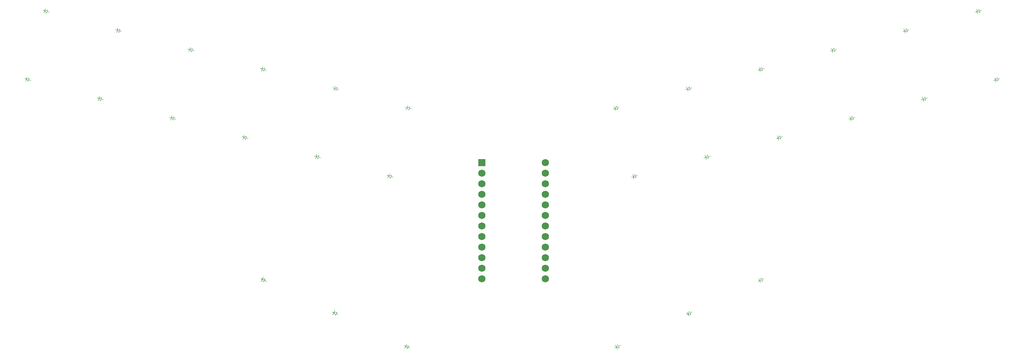
<source format=gbr>
%TF.GenerationSoftware,KiCad,Pcbnew,8.0.1*%
%TF.CreationDate,2024-08-13T22:00:52-05:00*%
%TF.ProjectId,tonyverse,746f6e79-7665-4727-9365-2e6b69636164,v1.0.0*%
%TF.SameCoordinates,Original*%
%TF.FileFunction,Legend,Bot*%
%TF.FilePolarity,Positive*%
%FSLAX46Y46*%
G04 Gerber Fmt 4.6, Leading zero omitted, Abs format (unit mm)*
G04 Created by KiCad (PCBNEW 8.0.1) date 2024-08-13 22:00:52*
%MOMM*%
%LPD*%
G01*
G04 APERTURE LIST*
%ADD10C,0.100000*%
%ADD11R,1.752600X1.752600*%
%ADD12C,1.752600*%
G04 APERTURE END LIST*
D10*
%TO.C,D7*%
X109908703Y-146783020D02*
X110295073Y-146886547D01*
X110295073Y-146886547D02*
X110152722Y-147417808D01*
X110295073Y-146886547D02*
X110437423Y-146355288D01*
X110295073Y-146886547D02*
X110978156Y-146655468D01*
X110771101Y-147428209D02*
X110295073Y-146886547D01*
X110874628Y-147041839D02*
X111357591Y-147171248D01*
X110978156Y-146655468D02*
X110771101Y-147428209D01*
%TO.C,D8*%
X114308627Y-130362281D02*
X114694997Y-130465808D01*
X114694997Y-130465808D02*
X114552646Y-130997069D01*
X114694997Y-130465808D02*
X114837347Y-129934549D01*
X114694997Y-130465808D02*
X115378080Y-130234729D01*
X115171025Y-131007470D02*
X114694997Y-130465808D01*
X115274552Y-130621100D02*
X115757515Y-130750509D01*
X115378080Y-130234729D02*
X115171025Y-131007470D01*
%TO.C,D24*%
X220790239Y-151829991D02*
X221176609Y-151726464D01*
X221176609Y-151726464D02*
X221034258Y-151195203D01*
X221176609Y-151726464D02*
X221318959Y-152257723D01*
X221176609Y-151726464D02*
X221652637Y-151184802D01*
X221652637Y-151184802D02*
X221859692Y-151957543D01*
X221756164Y-151571172D02*
X222239127Y-151441763D01*
X221859692Y-151957543D02*
X221176609Y-151726464D01*
%TO.C,D15*%
X148814868Y-196954667D02*
X149177391Y-197123715D01*
X149177391Y-197123715D02*
X148944951Y-197622184D01*
X149177391Y-197123715D02*
X149409831Y-196625245D01*
X149177391Y-197123715D02*
X149890223Y-197014762D01*
X149552129Y-197739809D02*
X149177391Y-197123715D01*
X149721176Y-197377286D02*
X150174330Y-197588595D01*
X149890223Y-197014762D02*
X149552129Y-197739809D01*
%TO.C,D28*%
X233799861Y-181529101D02*
X234162384Y-181360053D01*
X234162384Y-181360053D02*
X233929944Y-180861584D01*
X234162384Y-181360053D02*
X234394824Y-181858523D01*
X234162384Y-181360053D02*
X234537122Y-180743959D01*
X234537122Y-180743959D02*
X234875216Y-181469006D01*
X234706169Y-181106482D02*
X235159323Y-180895173D01*
X234875216Y-181469006D02*
X234162384Y-181360053D01*
%TO.C,D20*%
X255563569Y-142512505D02*
X255949939Y-142408978D01*
X255949939Y-142408978D02*
X255807588Y-141877717D01*
X255949939Y-142408978D02*
X256092289Y-142940237D01*
X255949939Y-142408978D02*
X256425967Y-141867316D01*
X256425967Y-141867316D02*
X256633022Y-142640057D01*
X256529494Y-142253686D02*
X257012457Y-142124277D01*
X256633022Y-142640057D02*
X255949939Y-142408978D01*
%TO.C,D16*%
X290336899Y-133195020D02*
X290723269Y-133091493D01*
X290723269Y-133091493D02*
X290580918Y-132560232D01*
X290723269Y-133091493D02*
X290865619Y-133622752D01*
X290723269Y-133091493D02*
X291199297Y-132549831D01*
X291199297Y-132549831D02*
X291406352Y-133322572D01*
X291302824Y-132936201D02*
X291785787Y-132806792D01*
X291406352Y-133322572D02*
X290723269Y-133091493D01*
%TO.C,D14*%
X131595020Y-188924920D02*
X131957543Y-189093968D01*
X131957543Y-189093968D02*
X131725103Y-189592437D01*
X131957543Y-189093968D02*
X132189983Y-188595498D01*
X131957543Y-189093968D02*
X132670375Y-188985015D01*
X132332281Y-189710062D02*
X131957543Y-189093968D01*
X132501328Y-189347539D02*
X132954482Y-189558848D01*
X132670375Y-188985015D02*
X132332281Y-189710062D01*
%TO.C,D1*%
X58818162Y-132679240D02*
X58611107Y-133451981D01*
X58714634Y-133065611D02*
X59197597Y-133195020D01*
X58611107Y-133451981D02*
X58135079Y-132910319D01*
X58135079Y-132910319D02*
X58818162Y-132679240D01*
X58135079Y-132910319D02*
X58277429Y-132379060D01*
X58135079Y-132910319D02*
X57992728Y-133441580D01*
X57748709Y-132806792D02*
X58135079Y-132910319D01*
%TO.C,D18*%
X272950234Y-137853762D02*
X273336604Y-137750235D01*
X273336604Y-137750235D02*
X273194253Y-137218974D01*
X273336604Y-137750235D02*
X273478954Y-138281494D01*
X273336604Y-137750235D02*
X273812632Y-137208573D01*
X273812632Y-137208573D02*
X274019687Y-137981314D01*
X273916159Y-137594943D02*
X274399122Y-137465534D01*
X274019687Y-137981314D02*
X273336604Y-137750235D01*
%TO.C,D21*%
X251163645Y-126091766D02*
X251550015Y-125988239D01*
X251550015Y-125988239D02*
X251407664Y-125456978D01*
X251550015Y-125988239D02*
X251692365Y-126519498D01*
X251550015Y-125988239D02*
X252026043Y-125446577D01*
X252026043Y-125446577D02*
X252233098Y-126219318D01*
X252129570Y-125832947D02*
X252612533Y-125703538D01*
X252233098Y-126219318D02*
X251550015Y-125988239D01*
%TO.C,D12*%
X149081957Y-139679767D02*
X149468327Y-139783294D01*
X149468327Y-139783294D02*
X149325976Y-140314555D01*
X149468327Y-139783294D02*
X149610677Y-139252035D01*
X149468327Y-139783294D02*
X150151410Y-139552215D01*
X149944355Y-140324956D02*
X149468327Y-139783294D01*
X150047882Y-139938586D02*
X150530845Y-140067995D01*
X150151410Y-139552215D02*
X149944355Y-140324956D01*
%TO.C,D27*%
X199003651Y-140067995D02*
X199390021Y-139964468D01*
X199390021Y-139964468D02*
X199247670Y-139433207D01*
X199390021Y-139964468D02*
X199532371Y-140495727D01*
X199390021Y-139964468D02*
X199866049Y-139422806D01*
X199866049Y-139422806D02*
X200073104Y-140195547D01*
X199969576Y-139809176D02*
X200452539Y-139679767D01*
X200073104Y-140195547D02*
X199390021Y-139964468D01*
%TO.C,D26*%
X203403574Y-156488734D02*
X203789944Y-156385207D01*
X203789944Y-156385207D02*
X203647593Y-155853946D01*
X203789944Y-156385207D02*
X203932294Y-156916466D01*
X203789944Y-156385207D02*
X204265972Y-155843545D01*
X204265972Y-155843545D02*
X204473027Y-156616286D01*
X204369499Y-156229915D02*
X204852462Y-156100506D01*
X204473027Y-156616286D02*
X203789944Y-156385207D01*
%TO.C,D4*%
X79535297Y-121044795D02*
X79921667Y-121148322D01*
X79921667Y-121148322D02*
X79779316Y-121679583D01*
X79921667Y-121148322D02*
X80064017Y-120617063D01*
X79921667Y-121148322D02*
X80604750Y-120917243D01*
X80397695Y-121689984D02*
X79921667Y-121148322D01*
X80501222Y-121303614D02*
X80984185Y-121433023D01*
X80604750Y-120917243D02*
X80397695Y-121689984D01*
%TO.C,D17*%
X285936975Y-116774280D02*
X286323345Y-116670753D01*
X286323345Y-116670753D02*
X286180994Y-116139492D01*
X286323345Y-116670753D02*
X286465695Y-117202012D01*
X286323345Y-116670753D02*
X286799373Y-116129091D01*
X286799373Y-116129091D02*
X287006428Y-116901832D01*
X286902900Y-116515461D02*
X287385863Y-116386052D01*
X287006428Y-116901832D02*
X286323345Y-116670753D01*
%TO.C,D2*%
X62148632Y-116386052D02*
X62535002Y-116489579D01*
X62535002Y-116489579D02*
X62392651Y-117020840D01*
X62535002Y-116489579D02*
X62677352Y-115958320D01*
X62535002Y-116489579D02*
X63218085Y-116258500D01*
X63011030Y-117031241D02*
X62535002Y-116489579D01*
X63114557Y-116644871D02*
X63597520Y-116774280D01*
X63218085Y-116258500D02*
X63011030Y-117031241D01*
%TO.C,D3*%
X75135374Y-137465534D02*
X75521744Y-137569061D01*
X75521744Y-137569061D02*
X75379393Y-138100322D01*
X75521744Y-137569061D02*
X75664094Y-137037802D01*
X75521744Y-137569061D02*
X76204827Y-137337982D01*
X75997772Y-138110723D02*
X75521744Y-137569061D01*
X76101299Y-137724353D02*
X76584262Y-137853762D01*
X76204827Y-137337982D02*
X75997772Y-138110723D01*
%TO.C,D13*%
X114375172Y-180895173D02*
X114737695Y-181064221D01*
X114737695Y-181064221D02*
X114505255Y-181562690D01*
X114737695Y-181064221D02*
X114970135Y-180565751D01*
X114737695Y-181064221D02*
X115450527Y-180955268D01*
X115112433Y-181680315D02*
X114737695Y-181064221D01*
X115281480Y-181317792D02*
X115734634Y-181529101D01*
X115450527Y-180955268D02*
X115112433Y-181680315D01*
%TO.C,D19*%
X268550310Y-121433023D02*
X268936680Y-121329496D01*
X268936680Y-121329496D02*
X268794329Y-120798235D01*
X268936680Y-121329496D02*
X269079030Y-121860755D01*
X268936680Y-121329496D02*
X269412708Y-120787834D01*
X269412708Y-120787834D02*
X269619763Y-121560575D01*
X269516235Y-121174204D02*
X269999198Y-121044795D01*
X269619763Y-121560575D02*
X268936680Y-121329496D01*
%TO.C,D23*%
X233776980Y-130750509D02*
X234163350Y-130646982D01*
X234163350Y-130646982D02*
X234020999Y-130115721D01*
X234163350Y-130646982D02*
X234305700Y-131178241D01*
X234163350Y-130646982D02*
X234639378Y-130105320D01*
X234639378Y-130105320D02*
X234846433Y-130878061D01*
X234742905Y-130491690D02*
X235225868Y-130362281D01*
X234846433Y-130878061D02*
X234163350Y-130646982D01*
%TO.C,D10*%
X131695292Y-135021024D02*
X132081662Y-135124551D01*
X132081662Y-135124551D02*
X131939311Y-135655812D01*
X132081662Y-135124551D02*
X132224012Y-134593292D01*
X132081662Y-135124551D02*
X132764745Y-134893472D01*
X132557690Y-135666213D02*
X132081662Y-135124551D01*
X132661217Y-135279843D02*
X133144180Y-135409252D01*
X132764745Y-134893472D02*
X132557690Y-135666213D01*
%TO.C,D25*%
X216390315Y-135409252D02*
X216776685Y-135305725D01*
X216776685Y-135305725D02*
X216634334Y-134774464D01*
X216776685Y-135305725D02*
X216919035Y-135836984D01*
X216776685Y-135305725D02*
X217252713Y-134764063D01*
X217252713Y-134764063D02*
X217459768Y-135536804D01*
X217356240Y-135150433D02*
X217839203Y-135021024D01*
X217459768Y-135536804D02*
X216776685Y-135305725D01*
%TO.C,D30*%
X199360165Y-197588595D02*
X199722688Y-197419547D01*
X199722688Y-197419547D02*
X199490248Y-196921078D01*
X199722688Y-197419547D02*
X199955128Y-197918017D01*
X199722688Y-197419547D02*
X200097426Y-196803453D01*
X200097426Y-196803453D02*
X200435520Y-197528500D01*
X200266473Y-197165976D02*
X200719627Y-196954667D01*
X200435520Y-197528500D02*
X199722688Y-197419547D01*
%TO.C,D5*%
X92522038Y-142124277D02*
X92908408Y-142227804D01*
X92908408Y-142227804D02*
X92766057Y-142759065D01*
X92908408Y-142227804D02*
X93050758Y-141696545D01*
X92908408Y-142227804D02*
X93591491Y-141996725D01*
X93384436Y-142769466D02*
X92908408Y-142227804D01*
X93487963Y-142383096D02*
X93970926Y-142512505D01*
X93591491Y-141996725D02*
X93384436Y-142769466D01*
%TO.C,D22*%
X238176904Y-147171248D02*
X238563274Y-147067721D01*
X238563274Y-147067721D02*
X238420923Y-146536460D01*
X238563274Y-147067721D02*
X238705624Y-147598980D01*
X238563274Y-147067721D02*
X239039302Y-146526059D01*
X239039302Y-146526059D02*
X239246357Y-147298800D01*
X239142829Y-146912429D02*
X239625792Y-146783020D01*
X239246357Y-147298800D02*
X238563274Y-147067721D01*
%TO.C,D6*%
X96921962Y-125703538D02*
X97308332Y-125807065D01*
X97308332Y-125807065D02*
X97165981Y-126338326D01*
X97308332Y-125807065D02*
X97450682Y-125275806D01*
X97308332Y-125807065D02*
X97991415Y-125575986D01*
X97784360Y-126348727D02*
X97308332Y-125807065D01*
X97887887Y-125962357D02*
X98370850Y-126091766D01*
X97991415Y-125575986D02*
X97784360Y-126348727D01*
%TO.C,D29*%
X216580013Y-189558848D02*
X216942536Y-189389800D01*
X216942536Y-189389800D02*
X216710096Y-188891331D01*
X216942536Y-189389800D02*
X217174976Y-189888270D01*
X216942536Y-189389800D02*
X217317274Y-188773706D01*
X217317274Y-188773706D02*
X217655368Y-189498753D01*
X217486321Y-189136229D02*
X217939475Y-188924920D01*
X217655368Y-189498753D02*
X216942536Y-189389800D01*
%TO.C,D9*%
X127295368Y-151441763D02*
X127681738Y-151545290D01*
X127681738Y-151545290D02*
X127539387Y-152076551D01*
X127681738Y-151545290D02*
X127824088Y-151014031D01*
X127681738Y-151545290D02*
X128364821Y-151314211D01*
X128157766Y-152086952D02*
X127681738Y-151545290D01*
X128261293Y-151700582D02*
X128744256Y-151829991D01*
X128364821Y-151314211D02*
X128157766Y-152086952D01*
%TO.C,D11*%
X144682033Y-156100506D02*
X145068403Y-156204033D01*
X145068403Y-156204033D02*
X144926052Y-156735294D01*
X145068403Y-156204033D02*
X145210753Y-155672774D01*
X145068403Y-156204033D02*
X145751486Y-155972954D01*
X145544431Y-156745695D02*
X145068403Y-156204033D01*
X145647958Y-156359325D02*
X146130921Y-156488734D01*
X145751486Y-155972954D02*
X145544431Y-156745695D01*
%TD*%
D11*
%TO.C,MCU1*%
X167527270Y-153037123D03*
D12*
X167527270Y-155577123D03*
X167527270Y-158117123D03*
X167527270Y-160657123D03*
X167527270Y-163197123D03*
X167527270Y-165737123D03*
X167527270Y-168277123D03*
X167527270Y-170817123D03*
X167527270Y-173357123D03*
X167527270Y-175897123D03*
X167527270Y-178437123D03*
X167527270Y-180977123D03*
X182767270Y-153037123D03*
X182767270Y-155577123D03*
X182767270Y-158117123D03*
X182767270Y-160657123D03*
X182767270Y-163197123D03*
X182767270Y-165737123D03*
X182767270Y-168277123D03*
X182767270Y-170817123D03*
X182767270Y-173357123D03*
X182767270Y-175897123D03*
X182767270Y-178437123D03*
X182767270Y-180977123D03*
%TD*%
M02*

</source>
